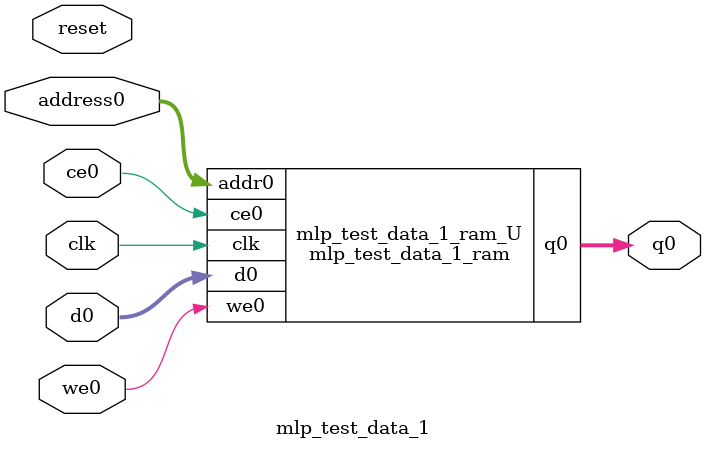
<source format=v>

`timescale 1 ns / 1 ps
module mlp_test_data_1_ram (addr0, ce0, d0, we0, q0,  clk);

parameter DWIDTH = 32;
parameter AWIDTH = 5;
parameter MEM_SIZE = 29;

input[AWIDTH-1:0] addr0;
input ce0;
input[DWIDTH-1:0] d0;
input we0;
output reg[DWIDTH-1:0] q0;
input clk;

(* ram_style = "distributed" *)reg [DWIDTH-1:0] ram[0:MEM_SIZE-1];




always @(posedge clk)  
begin 
    if (ce0) 
    begin
        if (we0) 
        begin 
            ram[addr0] <= d0; 
            q0 <= d0;
        end 
        else 
            q0 <= ram[addr0];
    end
end


endmodule


`timescale 1 ns / 1 ps
module mlp_test_data_1(
    reset,
    clk,
    address0,
    ce0,
    we0,
    d0,
    q0);

parameter DataWidth = 32'd32;
parameter AddressRange = 32'd29;
parameter AddressWidth = 32'd5;
input reset;
input clk;
input[AddressWidth - 1:0] address0;
input ce0;
input we0;
input[DataWidth - 1:0] d0;
output[DataWidth - 1:0] q0;



mlp_test_data_1_ram mlp_test_data_1_ram_U(
    .clk( clk ),
    .addr0( address0 ),
    .ce0( ce0 ),
    .d0( d0 ),
    .we0( we0 ),
    .q0( q0 ));

endmodule


</source>
